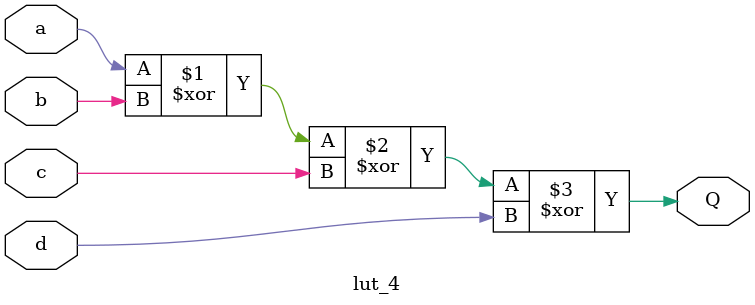
<source format=v>

module ff_lut4_1000(qck, qrt,c, d_out);
   // Port Declaration
   input   qck;
   input [0:999]c;
   input  qrt;
   output  [0:999]d_out;
wire [0:999]d_out_w;
genvar i;
generate for (i = 0; i < 1000; i = i + 1) begin
   D_ff dut1(.D(c[i]),.QCK(qck),.QRT(qrt),.CQZ(d_out_w[i]));
   lut_4 L1(.a(d_out_w[i]),.b(c[i]),.c(qrt),.d(c[i]),.Q(d_out[i]));
  
end endgenerate
endmodule


module D_ff(input QCK,QRT,D, output CQZ);

always @ (posedge QCK or posedge QRT)

begin
if(QRT)
	CQZ <= 1'b1;
else
CQZ <= D;
end
endmodule

module lut_4(input a, b, c, d, output Q);

assign Q =a ^b ^ c ^d;

endmodule

</source>
